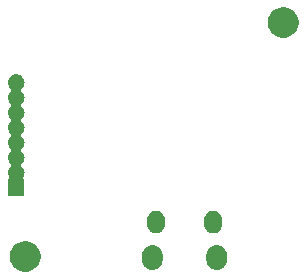
<source format=gbr>
G04 #@! TF.GenerationSoftware,KiCad,Pcbnew,(5.0.1)-3*
G04 #@! TF.CreationDate,2018-11-02T13:07:49-05:00*
G04 #@! TF.ProjectId,ProgrammerBoard,50726F6772616D6D6572426F6172642E,rev?*
G04 #@! TF.SameCoordinates,Original*
G04 #@! TF.FileFunction,Soldermask,Bot*
G04 #@! TF.FilePolarity,Negative*
%FSLAX46Y46*%
G04 Gerber Fmt 4.6, Leading zero omitted, Abs format (unit mm)*
G04 Created by KiCad (PCBNEW (5.0.1)-3) date 11/2/2018 1:07:49 PM*
%MOMM*%
%LPD*%
G01*
G04 APERTURE LIST*
%ADD10C,0.100000*%
G04 APERTURE END LIST*
D10*
G36*
X59561196Y-56153958D02*
X59797780Y-56251954D01*
X60010705Y-56394226D01*
X60191774Y-56575295D01*
X60334046Y-56788220D01*
X60432042Y-57024804D01*
X60482000Y-57275960D01*
X60482000Y-57532040D01*
X60432042Y-57783196D01*
X60334046Y-58019780D01*
X60191774Y-58232705D01*
X60010705Y-58413774D01*
X59797780Y-58556046D01*
X59561196Y-58654042D01*
X59310040Y-58704000D01*
X59053960Y-58704000D01*
X58802804Y-58654042D01*
X58566220Y-58556046D01*
X58353295Y-58413774D01*
X58172226Y-58232705D01*
X58029954Y-58019780D01*
X57931958Y-57783196D01*
X57882000Y-57532040D01*
X57882000Y-57275960D01*
X57931958Y-57024804D01*
X58029954Y-56788220D01*
X58172226Y-56575295D01*
X58353295Y-56394226D01*
X58566220Y-56251954D01*
X58802804Y-56153958D01*
X59053960Y-56104000D01*
X59310040Y-56104000D01*
X59561196Y-56153958D01*
X59561196Y-56153958D01*
G37*
G36*
X70115529Y-56452661D02*
X70237550Y-56489676D01*
X70280471Y-56502696D01*
X70432472Y-56583942D01*
X70432473Y-56583943D01*
X70432475Y-56583944D01*
X70565712Y-56693288D01*
X70675056Y-56826524D01*
X70729222Y-56927863D01*
X70756305Y-56978531D01*
X70770342Y-57024804D01*
X70806339Y-57143470D01*
X70819000Y-57272021D01*
X70819000Y-57707978D01*
X70806339Y-57836529D01*
X70772983Y-57946488D01*
X70756305Y-58001469D01*
X70746517Y-58019780D01*
X70675056Y-58153476D01*
X70565712Y-58286712D01*
X70432476Y-58396056D01*
X70331137Y-58450222D01*
X70280469Y-58477305D01*
X70225489Y-58493983D01*
X70115530Y-58527339D01*
X69944000Y-58544233D01*
X69772471Y-58527339D01*
X69662512Y-58493983D01*
X69607532Y-58477305D01*
X69556864Y-58450222D01*
X69455525Y-58396056D01*
X69322289Y-58286712D01*
X69322288Y-58286710D01*
X69322286Y-58286709D01*
X69277964Y-58232702D01*
X69212944Y-58153476D01*
X69141483Y-58019780D01*
X69131695Y-58001469D01*
X69115017Y-57946489D01*
X69081661Y-57836530D01*
X69069000Y-57707979D01*
X69069000Y-57272022D01*
X69081661Y-57143471D01*
X69131695Y-56978533D01*
X69131696Y-56978529D01*
X69212942Y-56826528D01*
X69212943Y-56826527D01*
X69212944Y-56826525D01*
X69322288Y-56693288D01*
X69455524Y-56583944D01*
X69556863Y-56529778D01*
X69607531Y-56502695D01*
X69662511Y-56486017D01*
X69772470Y-56452661D01*
X69944000Y-56435767D01*
X70115529Y-56452661D01*
X70115529Y-56452661D01*
G37*
G36*
X75575529Y-56452661D02*
X75697550Y-56489676D01*
X75740471Y-56502696D01*
X75892472Y-56583942D01*
X75892473Y-56583943D01*
X75892475Y-56583944D01*
X76025712Y-56693288D01*
X76135056Y-56826524D01*
X76189222Y-56927863D01*
X76216305Y-56978531D01*
X76230342Y-57024804D01*
X76266339Y-57143470D01*
X76279000Y-57272021D01*
X76279000Y-57707978D01*
X76266339Y-57836529D01*
X76232983Y-57946488D01*
X76216305Y-58001469D01*
X76206517Y-58019780D01*
X76135056Y-58153476D01*
X76025712Y-58286712D01*
X75892476Y-58396056D01*
X75791137Y-58450222D01*
X75740469Y-58477305D01*
X75685489Y-58493983D01*
X75575530Y-58527339D01*
X75404000Y-58544233D01*
X75232471Y-58527339D01*
X75122512Y-58493983D01*
X75067532Y-58477305D01*
X75016864Y-58450222D01*
X74915525Y-58396056D01*
X74782289Y-58286712D01*
X74782288Y-58286710D01*
X74782286Y-58286709D01*
X74737964Y-58232702D01*
X74672944Y-58153476D01*
X74601483Y-58019780D01*
X74591695Y-58001469D01*
X74575017Y-57946489D01*
X74541661Y-57836530D01*
X74529000Y-57707979D01*
X74529000Y-57272022D01*
X74541661Y-57143471D01*
X74591695Y-56978533D01*
X74591696Y-56978529D01*
X74672942Y-56826528D01*
X74672943Y-56826527D01*
X74672944Y-56826525D01*
X74782288Y-56693288D01*
X74915524Y-56583944D01*
X75016863Y-56529778D01*
X75067531Y-56502695D01*
X75122511Y-56486017D01*
X75232470Y-56452661D01*
X75404000Y-56435767D01*
X75575529Y-56452661D01*
X75575529Y-56452661D01*
G37*
G36*
X75241026Y-53550852D02*
X75382400Y-53593738D01*
X75512690Y-53663378D01*
X75626899Y-53757107D01*
X75720620Y-53871306D01*
X75790262Y-54001599D01*
X75833148Y-54142973D01*
X75844000Y-54253161D01*
X75844000Y-54726838D01*
X75833148Y-54837027D01*
X75790262Y-54978401D01*
X75720620Y-55108694D01*
X75626896Y-55222896D01*
X75512694Y-55316620D01*
X75382401Y-55386262D01*
X75241027Y-55429148D01*
X75094000Y-55443628D01*
X74946974Y-55429148D01*
X74805600Y-55386262D01*
X74675307Y-55316620D01*
X74561107Y-55222898D01*
X74467379Y-55108691D01*
X74397738Y-54978401D01*
X74354852Y-54837027D01*
X74344000Y-54726839D01*
X74344000Y-54253162D01*
X74354852Y-54142974D01*
X74397738Y-54001600D01*
X74467378Y-53871310D01*
X74561107Y-53757101D01*
X74675306Y-53663380D01*
X74805599Y-53593738D01*
X74946973Y-53550852D01*
X75094000Y-53536372D01*
X75241026Y-53550852D01*
X75241026Y-53550852D01*
G37*
G36*
X70401026Y-53550852D02*
X70542400Y-53593738D01*
X70672690Y-53663378D01*
X70786899Y-53757107D01*
X70880620Y-53871306D01*
X70950262Y-54001599D01*
X70993148Y-54142973D01*
X71004000Y-54253161D01*
X71004000Y-54726838D01*
X70993148Y-54837027D01*
X70950262Y-54978401D01*
X70880620Y-55108694D01*
X70786896Y-55222896D01*
X70672694Y-55316620D01*
X70542401Y-55386262D01*
X70401027Y-55429148D01*
X70254000Y-55443628D01*
X70106974Y-55429148D01*
X69965600Y-55386262D01*
X69835307Y-55316620D01*
X69721107Y-55222898D01*
X69627379Y-55108691D01*
X69557738Y-54978401D01*
X69514852Y-54837027D01*
X69504000Y-54726839D01*
X69504000Y-54253162D01*
X69514852Y-54142974D01*
X69557738Y-54001600D01*
X69627378Y-53871310D01*
X69721107Y-53757101D01*
X69835306Y-53663380D01*
X69965599Y-53593738D01*
X70106973Y-53550852D01*
X70254000Y-53536372D01*
X70401026Y-53550852D01*
X70401026Y-53550852D01*
G37*
G36*
X58557224Y-41982128D02*
X58689175Y-42022155D01*
X58810781Y-42087155D01*
X58917370Y-42174630D01*
X59004845Y-42281219D01*
X59069845Y-42402825D01*
X59109872Y-42534776D01*
X59123387Y-42672000D01*
X59109872Y-42809224D01*
X59069845Y-42941175D01*
X59004845Y-43062781D01*
X58917370Y-43169370D01*
X58867399Y-43210380D01*
X58850078Y-43227701D01*
X58836464Y-43248076D01*
X58827086Y-43270715D01*
X58822306Y-43294748D01*
X58822306Y-43319252D01*
X58827087Y-43343286D01*
X58836464Y-43365925D01*
X58850078Y-43386299D01*
X58867399Y-43403620D01*
X58917370Y-43444630D01*
X59004845Y-43551219D01*
X59069845Y-43672825D01*
X59109872Y-43804776D01*
X59123387Y-43942000D01*
X59109872Y-44079224D01*
X59069845Y-44211175D01*
X59004845Y-44332781D01*
X58917370Y-44439370D01*
X58867399Y-44480380D01*
X58850078Y-44497701D01*
X58836464Y-44518076D01*
X58827086Y-44540715D01*
X58822306Y-44564748D01*
X58822306Y-44589252D01*
X58827087Y-44613286D01*
X58836464Y-44635925D01*
X58850078Y-44656299D01*
X58867399Y-44673620D01*
X58917370Y-44714630D01*
X59004845Y-44821219D01*
X59069845Y-44942825D01*
X59109872Y-45074776D01*
X59123387Y-45212000D01*
X59109872Y-45349224D01*
X59069845Y-45481175D01*
X59004845Y-45602781D01*
X58917370Y-45709370D01*
X58867399Y-45750380D01*
X58850078Y-45767701D01*
X58836464Y-45788076D01*
X58827086Y-45810715D01*
X58822306Y-45834748D01*
X58822306Y-45859252D01*
X58827087Y-45883286D01*
X58836464Y-45905925D01*
X58850078Y-45926299D01*
X58867399Y-45943620D01*
X58917370Y-45984630D01*
X59004845Y-46091219D01*
X59069845Y-46212825D01*
X59109872Y-46344776D01*
X59123387Y-46482000D01*
X59109872Y-46619224D01*
X59069845Y-46751175D01*
X59004845Y-46872781D01*
X58917370Y-46979370D01*
X58867399Y-47020380D01*
X58850078Y-47037701D01*
X58836464Y-47058076D01*
X58827086Y-47080715D01*
X58822306Y-47104748D01*
X58822306Y-47129252D01*
X58827087Y-47153286D01*
X58836464Y-47175925D01*
X58850078Y-47196299D01*
X58867399Y-47213620D01*
X58917370Y-47254630D01*
X59004845Y-47361219D01*
X59069845Y-47482825D01*
X59109872Y-47614776D01*
X59123387Y-47752000D01*
X59109872Y-47889224D01*
X59069845Y-48021175D01*
X59004845Y-48142781D01*
X58917370Y-48249370D01*
X58867399Y-48290380D01*
X58850078Y-48307701D01*
X58836464Y-48328076D01*
X58827086Y-48350715D01*
X58822306Y-48374748D01*
X58822306Y-48399252D01*
X58827087Y-48423286D01*
X58836464Y-48445925D01*
X58850078Y-48466299D01*
X58867399Y-48483620D01*
X58917370Y-48524630D01*
X59004845Y-48631219D01*
X59069845Y-48752825D01*
X59109872Y-48884776D01*
X59123387Y-49022000D01*
X59109872Y-49159224D01*
X59069845Y-49291175D01*
X59004845Y-49412781D01*
X58917370Y-49519370D01*
X58867399Y-49560380D01*
X58850078Y-49577701D01*
X58836464Y-49598076D01*
X58827086Y-49620715D01*
X58822306Y-49644748D01*
X58822306Y-49669252D01*
X58827087Y-49693286D01*
X58836464Y-49715925D01*
X58850078Y-49736299D01*
X58867399Y-49753620D01*
X58917370Y-49794630D01*
X59004845Y-49901219D01*
X59069845Y-50022825D01*
X59109872Y-50154776D01*
X59123387Y-50292000D01*
X59109872Y-50429224D01*
X59069845Y-50561175D01*
X59069843Y-50561178D01*
X59007360Y-50678076D01*
X58997982Y-50700715D01*
X58993202Y-50724748D01*
X58993202Y-50749253D01*
X58997983Y-50773286D01*
X59007360Y-50795925D01*
X59020974Y-50816300D01*
X59038301Y-50833627D01*
X59058676Y-50847240D01*
X59081315Y-50856618D01*
X59117600Y-50862000D01*
X59120000Y-50862000D01*
X59120000Y-52262000D01*
X57720000Y-52262000D01*
X57720000Y-50862000D01*
X57722400Y-50862000D01*
X57746786Y-50859598D01*
X57770235Y-50852485D01*
X57791846Y-50840934D01*
X57810788Y-50825388D01*
X57826334Y-50806446D01*
X57837885Y-50784835D01*
X57844998Y-50761386D01*
X57847400Y-50737000D01*
X57844998Y-50712614D01*
X57832640Y-50678076D01*
X57770157Y-50561178D01*
X57770155Y-50561175D01*
X57730128Y-50429224D01*
X57716613Y-50292000D01*
X57730128Y-50154776D01*
X57770155Y-50022825D01*
X57835155Y-49901219D01*
X57922630Y-49794630D01*
X57972601Y-49753620D01*
X57989922Y-49736299D01*
X58003536Y-49715924D01*
X58012914Y-49693285D01*
X58017694Y-49669252D01*
X58017694Y-49644748D01*
X58012913Y-49620714D01*
X58003536Y-49598075D01*
X57989922Y-49577701D01*
X57972601Y-49560380D01*
X57922630Y-49519370D01*
X57835155Y-49412781D01*
X57770155Y-49291175D01*
X57730128Y-49159224D01*
X57716613Y-49022000D01*
X57730128Y-48884776D01*
X57770155Y-48752825D01*
X57835155Y-48631219D01*
X57922630Y-48524630D01*
X57972601Y-48483620D01*
X57989922Y-48466299D01*
X58003536Y-48445924D01*
X58012914Y-48423285D01*
X58017694Y-48399252D01*
X58017694Y-48374748D01*
X58012913Y-48350714D01*
X58003536Y-48328075D01*
X57989922Y-48307701D01*
X57972601Y-48290380D01*
X57922630Y-48249370D01*
X57835155Y-48142781D01*
X57770155Y-48021175D01*
X57730128Y-47889224D01*
X57716613Y-47752000D01*
X57730128Y-47614776D01*
X57770155Y-47482825D01*
X57835155Y-47361219D01*
X57922630Y-47254630D01*
X57972601Y-47213620D01*
X57989922Y-47196299D01*
X58003536Y-47175924D01*
X58012914Y-47153285D01*
X58017694Y-47129252D01*
X58017694Y-47104748D01*
X58012913Y-47080714D01*
X58003536Y-47058075D01*
X57989922Y-47037701D01*
X57972601Y-47020380D01*
X57922630Y-46979370D01*
X57835155Y-46872781D01*
X57770155Y-46751175D01*
X57730128Y-46619224D01*
X57716613Y-46482000D01*
X57730128Y-46344776D01*
X57770155Y-46212825D01*
X57835155Y-46091219D01*
X57922630Y-45984630D01*
X57972601Y-45943620D01*
X57989922Y-45926299D01*
X58003536Y-45905924D01*
X58012914Y-45883285D01*
X58017694Y-45859252D01*
X58017694Y-45834748D01*
X58012913Y-45810714D01*
X58003536Y-45788075D01*
X57989922Y-45767701D01*
X57972601Y-45750380D01*
X57922630Y-45709370D01*
X57835155Y-45602781D01*
X57770155Y-45481175D01*
X57730128Y-45349224D01*
X57716613Y-45212000D01*
X57730128Y-45074776D01*
X57770155Y-44942825D01*
X57835155Y-44821219D01*
X57922630Y-44714630D01*
X57972601Y-44673620D01*
X57989922Y-44656299D01*
X58003536Y-44635924D01*
X58012914Y-44613285D01*
X58017694Y-44589252D01*
X58017694Y-44564748D01*
X58012913Y-44540714D01*
X58003536Y-44518075D01*
X57989922Y-44497701D01*
X57972601Y-44480380D01*
X57922630Y-44439370D01*
X57835155Y-44332781D01*
X57770155Y-44211175D01*
X57730128Y-44079224D01*
X57716613Y-43942000D01*
X57730128Y-43804776D01*
X57770155Y-43672825D01*
X57835155Y-43551219D01*
X57922630Y-43444630D01*
X57972601Y-43403620D01*
X57989922Y-43386299D01*
X58003536Y-43365924D01*
X58012914Y-43343285D01*
X58017694Y-43319252D01*
X58017694Y-43294748D01*
X58012913Y-43270714D01*
X58003536Y-43248075D01*
X57989922Y-43227701D01*
X57972601Y-43210380D01*
X57922630Y-43169370D01*
X57835155Y-43062781D01*
X57770155Y-42941175D01*
X57730128Y-42809224D01*
X57716613Y-42672000D01*
X57730128Y-42534776D01*
X57770155Y-42402825D01*
X57835155Y-42281219D01*
X57922630Y-42174630D01*
X58029219Y-42087155D01*
X58150825Y-42022155D01*
X58282776Y-41982128D01*
X58385610Y-41972000D01*
X58454390Y-41972000D01*
X58557224Y-41982128D01*
X58557224Y-41982128D01*
G37*
G36*
X81405196Y-36341958D02*
X81641780Y-36439954D01*
X81854705Y-36582226D01*
X82035774Y-36763295D01*
X82178046Y-36976220D01*
X82276042Y-37212804D01*
X82326000Y-37463960D01*
X82326000Y-37720040D01*
X82276042Y-37971196D01*
X82178046Y-38207780D01*
X82035774Y-38420705D01*
X81854705Y-38601774D01*
X81641780Y-38744046D01*
X81405196Y-38842042D01*
X81154040Y-38892000D01*
X80897960Y-38892000D01*
X80646804Y-38842042D01*
X80410220Y-38744046D01*
X80197295Y-38601774D01*
X80016226Y-38420705D01*
X79873954Y-38207780D01*
X79775958Y-37971196D01*
X79726000Y-37720040D01*
X79726000Y-37463960D01*
X79775958Y-37212804D01*
X79873954Y-36976220D01*
X80016226Y-36763295D01*
X80197295Y-36582226D01*
X80410220Y-36439954D01*
X80646804Y-36341958D01*
X80897960Y-36292000D01*
X81154040Y-36292000D01*
X81405196Y-36341958D01*
X81405196Y-36341958D01*
G37*
M02*

</source>
